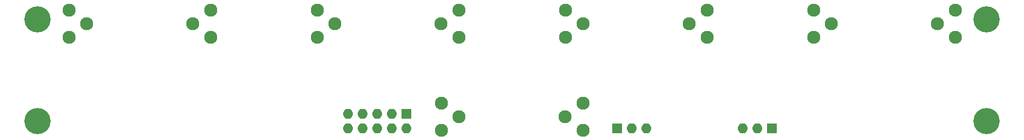
<source format=gbs>
G04 #@! TF.FileFunction,Soldermask,Bot*
%FSLAX46Y46*%
G04 Gerber Fmt 4.6, Leading zero omitted, Abs format (unit mm)*
G04 Created by KiCad (PCBNEW 4.0.7) date 07/13/18 19:56:19*
%MOMM*%
%LPD*%
G01*
G04 APERTURE LIST*
%ADD10C,0.100000*%
%ADD11O,2.276200X2.276200*%
%ADD12R,1.776200X1.776200*%
%ADD13O,1.776200X1.776200*%
%ADD14C,4.576200*%
G04 APERTURE END LIST*
D10*
D11*
X140660000Y-109728000D03*
X159060000Y-109728000D03*
X162185000Y-107353000D03*
X162185000Y-112103000D03*
X137535000Y-112103000D03*
X137535000Y-107353000D03*
X180650000Y-93472000D03*
X162250000Y-93472000D03*
X159125000Y-95847000D03*
X159125000Y-91097000D03*
X183775000Y-91097000D03*
X183775000Y-95847000D03*
X223830000Y-93472000D03*
X205430000Y-93472000D03*
X202305000Y-95847000D03*
X202305000Y-91097000D03*
X226955000Y-91097000D03*
X226955000Y-95847000D03*
D12*
X131445000Y-109220000D03*
D13*
X131445000Y-111760000D03*
X128905000Y-109220000D03*
X128905000Y-111760000D03*
X126365000Y-109220000D03*
X126365000Y-111760000D03*
X123825000Y-109220000D03*
X123825000Y-111760000D03*
X121285000Y-109220000D03*
X121285000Y-111760000D03*
D11*
X137470000Y-93472000D03*
X119070000Y-93472000D03*
X115945000Y-95847000D03*
X115945000Y-91097000D03*
X140595000Y-91097000D03*
X140595000Y-95847000D03*
X94290000Y-93472000D03*
X75890000Y-93472000D03*
X72765000Y-95847000D03*
X72765000Y-91097000D03*
X97415000Y-91097000D03*
X97415000Y-95847000D03*
D14*
X67310000Y-110490000D03*
X232410000Y-110490000D03*
X67310000Y-92710000D03*
X232410000Y-92710000D03*
D12*
X195072000Y-111760000D03*
D13*
X192532000Y-111760000D03*
X189992000Y-111760000D03*
D12*
X168148000Y-111760000D03*
D13*
X170688000Y-111760000D03*
X173228000Y-111760000D03*
M02*

</source>
